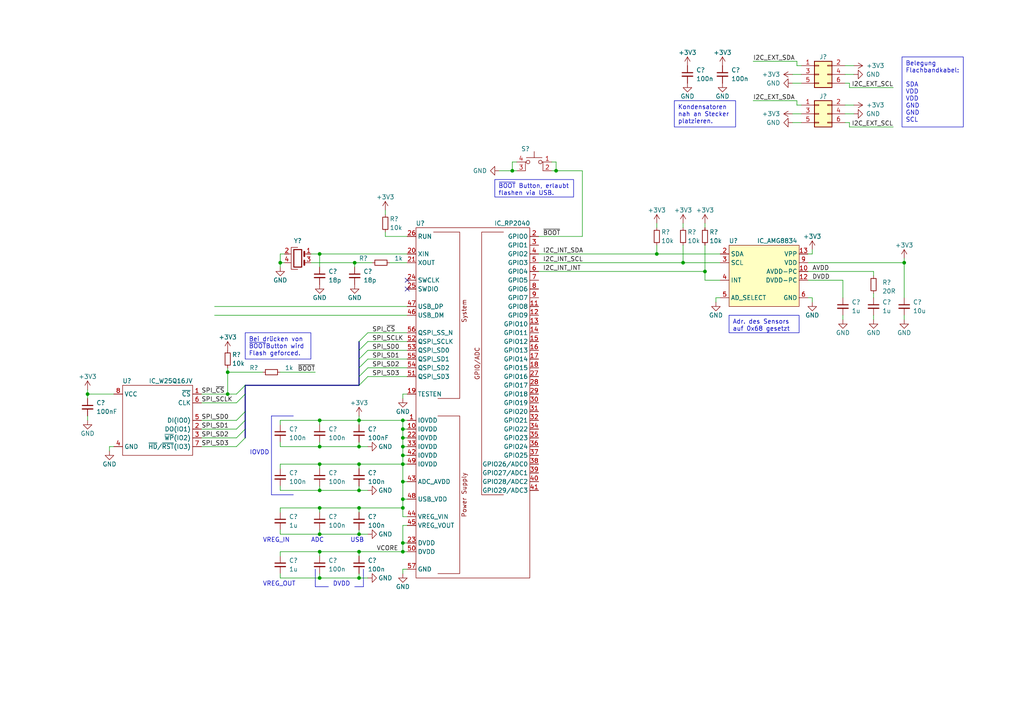
<source format=kicad_sch>
(kicad_sch (version 20220126) (generator eeschema)
  (paper "A4")
  (lib_symbols
    (symbol "00_pwt-temp_lib:CON_PH_2.54MM_2x3_VERT"
      (property "Reference" "J" (at 0 8.89 0))
      (property "Value" "CON_PH_2.54MM_2x3_VERT" (at 0 6.35 0))
      (symbol "CON_PH_2.54MM_2x3_VERT_1_1"
        (rectangle (start -2.54 -2.413) (end -1.27 -2.667) (stroke (width 0.1524)))
        (rectangle (start -2.54 0.127) (end -1.27 -0.127) (stroke (width 0.1524)))
        (rectangle (start -2.54 2.667) (end -1.27 2.413) (stroke (width 0.1524)))
        (rectangle (start -2.54 3.81) (end 2.54 -3.81) (stroke (width 0.254)) (fill (type background)))
        (rectangle (start 2.54 -2.413) (end 1.27 -2.667) (stroke (width 0.1524)))
        (rectangle (start 2.54 0.127) (end 1.27 -0.127) (stroke (width 0.1524)))
        (rectangle (start 2.54 2.667) (end 1.27 2.413) (stroke (width 0.1524)))
        (pin passive line (at -6.35 2.54 0) (length 3.81) (name "") (number "1"))
        (pin passive line (at 6.35 2.54 180) (length 3.81) (name "") (number "2"))
        (pin passive line (at -6.35 0 0) (length 3.81) (name "") (number "3"))
        (pin passive line (at 6.35 0 180) (length 3.81) (name "") (number "4"))
        (pin passive line (at -6.35 -2.54 0) (length 3.81) (name "") (number "5"))
        (pin passive line (at 6.35 -2.54 180) (length 3.81) (name "") (number "6"))
      )
    )
    (symbol "00_pwt-temp_lib:IC_AMG8834"
      (property "Reference" "U" (at -8.89 10.16 0))
      (property "Value" "IC_AMG8834" (at 3.81 10.16 0))
      (symbol "IC_AMG8834_0_1"
        (rectangle (start -10.16 8.89) (end 10.16 -8.89) (fill (type background)))
      )
      (symbol "IC_AMG8834_1_1"
        (pin no_connect line (at -3.81 -11.43 90) (length 2.54) hide (name "NC") (number "1"))
        (pin power_in line (at 12.7 1.27 180) (length 2.54) (name "AVDD-PC") (number "10"))
        (pin no_connect line (at 3.81 -11.43 90) (length 2.54) hide (name "NC") (number "11"))
        (pin power_in line (at 12.7 -1.27 180) (length 2.54) (name "DVDD-PC") (number "12"))
        (pin power_in line (at 12.7 6.35 180) (length 2.54) (name "VPP") (number "13"))
        (pin bidirectional line (at -12.7 6.35 0) (length 2.54) (name "SDA") (number "2"))
        (pin bidirectional line (at -12.7 3.81 0) (length 2.54) (name "SCL") (number "3"))
        (pin open_collector line (at -12.7 -1.27 0) (length 2.54) (name "INT") (number "4"))
        (pin input line (at -12.7 -6.35 0) (length 2.54) (name "AD_SELECT") (number "5"))
        (pin power_in line (at 12.7 -6.35 180) (length 2.54) (name "GND") (number "6"))
        (pin no_connect line (at -1.27 -11.43 90) (length 2.54) hide (name "NC") (number "7"))
        (pin no_connect line (at 1.27 -11.43 90) (length 2.54) hide (name "NC") (number "8"))
        (pin power_in line (at 12.7 3.81 180) (length 2.54) (name "VDD") (number "9"))
      )
    )
    (symbol "00_pwt-temp_lib:IC_RP2040"
      (property "Reference" "U" (at -15.24 50.8 0))
      (property "Value" "IC_RP2040" (at 11.43 50.8 0))
      (symbol "IC_RP2040_0_0"
        (polyline (pts (xy -10.16 0) (xy -3.81 0) (xy -3.81 48.26) (xy -11.43 48.26)))
        (polyline (pts (xy 8.89 -27.94) (xy 2.54 -27.94) (xy 2.54 48.26) (xy 8.89 48.26)))
        (text "GPIO/ADC" (at 1.27 10.16 900) (effects (font (size 1.27 1.27))))
        (text "Power Supply" (at -2.54 -27.94 900) (effects (font (size 1.27 1.27))))
        (text "System\n" (at -2.54 25.4 900) (effects (font (size 1.27 1.27))))
      )
      (symbol "IC_RP2040_0_1"
        (rectangle (start -16.51 49.53) (end 16.51 -52.07))
        (polyline (pts (xy -10.16 -50.8) (xy -3.81 -50.8) (xy -3.81 -5.08) (xy -10.16 -5.08)))
      )
      (symbol "IC_RP2040_1_1"
        (pin power_in line (at -19.05 -6.35 0) (length 2.54) (name "IOVDD") (number "1"))
        (pin power_in line (at -19.05 -8.89 0) (length 2.54) (name "IOVDD") (number "10"))
        (pin bidirectional line (at 19.05 26.67 180) (length 2.54) (name "GPIO8") (number "11"))
        (pin bidirectional line (at 19.05 24.13 180) (length 2.54) (name "GPIO9") (number "12"))
        (pin bidirectional line (at 19.05 21.59 180) (length 2.54) (name "GPIO10") (number "13"))
        (pin bidirectional line (at 19.05 19.05 180) (length 2.54) (name "GPIO11") (number "14"))
        (pin bidirectional line (at 19.05 16.51 180) (length 2.54) (name "GPIO12") (number "15"))
        (pin bidirectional line (at 19.05 13.97 180) (length 2.54) (name "GPIO13") (number "16"))
        (pin bidirectional line (at 19.05 11.43 180) (length 2.54) (name "GPIO14") (number "17"))
        (pin bidirectional line (at 19.05 8.89 180) (length 2.54) (name "GPIO15") (number "18"))
        (pin passive line (at -19.05 1.27 0) (length 2.54) (name "TESTEN") (number "19"))
        (pin bidirectional line (at 19.05 46.99 180) (length 2.54) (name "GPIO0") (number "2"))
        (pin passive line (at -19.05 41.91 0) (length 2.54) (name "XIN") (number "20"))
        (pin passive line (at -19.05 39.37 0) (length 2.54) (name "XOUT") (number "21"))
        (pin power_in line (at -19.05 -11.43 0) (length 2.54) (name "IOVDD") (number "22"))
        (pin power_in line (at -19.05 -41.91 0) (length 2.54) (name "DVDD") (number "23"))
        (pin bidirectional line (at -19.05 34.29 0) (length 2.54) (name "SWCLK") (number "24"))
        (pin bidirectional line (at -19.05 31.75 0) (length 2.54) (name "SWDIO") (number "25"))
        (pin input line (at -19.05 46.99 0) (length 2.54) (name "RUN") (number "26"))
        (pin bidirectional line (at 19.05 6.35 180) (length 2.54) (name "GPIO16") (number "27"))
        (pin bidirectional line (at 19.05 3.81 180) (length 2.54) (name "GPIO17") (number "28"))
        (pin bidirectional line (at 19.05 1.27 180) (length 2.54) (name "GPIO18") (number "29"))
        (pin bidirectional line (at 19.05 44.45 180) (length 2.54) (name "GPIO1") (number "3"))
        (pin bidirectional line (at 19.05 -1.27 180) (length 2.54) (name "GPIO19") (number "30"))
        (pin bidirectional line (at 19.05 -3.81 180) (length 2.54) (name "GPIO20") (number "31"))
        (pin bidirectional line (at 19.05 -6.35 180) (length 2.54) (name "GPIO21") (number "32"))
        (pin power_in line (at -19.05 -13.97 0) (length 2.54) (name "IOVDD") (number "33"))
        (pin bidirectional line (at 19.05 -8.89 180) (length 2.54) (name "GPIO22") (number "34"))
        (pin bidirectional line (at 19.05 -11.43 180) (length 2.54) (name "GPIO23") (number "35"))
        (pin bidirectional line (at 19.05 -13.97 180) (length 2.54) (name "GPIO24") (number "36"))
        (pin bidirectional line (at 19.05 -16.51 180) (length 2.54) (name "GPIO25") (number "37"))
        (pin bidirectional line (at 19.05 -19.05 180) (length 2.54) (name "GPIO26/ADC0") (number "38"))
        (pin bidirectional line (at 19.05 -21.59 180) (length 2.54) (name "GPIO27/ADC1") (number "39"))
        (pin bidirectional line (at 19.05 41.91 180) (length 2.54) (name "GPIO2") (number "4"))
        (pin bidirectional line (at 19.05 -24.13 180) (length 2.54) (name "GPIO28/ADC2") (number "40"))
        (pin bidirectional line (at 19.05 -26.67 180) (length 2.54) (name "GPIO29/ADC3") (number "41"))
        (pin power_in line (at -19.05 -16.51 0) (length 2.54) (name "IOVDD") (number "42"))
        (pin power_in line (at -19.05 -24.13 0) (length 2.54) (name "ADC_AVDD") (number "43"))
        (pin power_in line (at -19.05 -34.29 0) (length 2.54) (name "VREG_VIN") (number "44"))
        (pin power_out line (at -19.05 -36.83 0) (length 2.54) (name "VREG_VOUT") (number "45"))
        (pin bidirectional line (at -19.05 24.13 0) (length 2.54) (name "USB_DM") (number "46"))
        (pin bidirectional line (at -19.05 26.67 0) (length 2.54) (name "USB_DP") (number "47"))
        (pin power_in line (at -19.05 -29.21 0) (length 2.54) (name "USB_VDD") (number "48"))
        (pin power_in line (at -19.05 -19.05 0) (length 2.54) (name "IOVDD") (number "49"))
        (pin bidirectional line (at 19.05 39.37 180) (length 2.54) (name "GPIO3") (number "5"))
        (pin power_in line (at -19.05 -44.45 0) (length 2.54) (name "DVDD") (number "50"))
        (pin bidirectional line (at -19.05 6.35 0) (length 2.54) (name "QSPI_SD3") (number "51"))
        (pin bidirectional line (at -19.05 16.51 0) (length 2.54) (name "QSPI_SCLK") (number "52"))
        (pin bidirectional line (at -19.05 13.97 0) (length 2.54) (name "QSPI_SD0") (number "53"))
        (pin bidirectional line (at -19.05 8.89 0) (length 2.54) (name "QSPI_SD2") (number "54"))
        (pin bidirectional line (at -19.05 11.43 0) (length 2.54) (name "QSPI_SD1") (number "55"))
        (pin bidirectional line (at -19.05 19.05 0) (length 2.54) (name "QSPI_SS_N") (number "56"))
        (pin power_in line (at -19.05 -49.53 0) (length 2.54) (name "GND") (number "57"))
        (pin bidirectional line (at 19.05 36.83 180) (length 2.54) (name "GPIO4") (number "6"))
        (pin bidirectional line (at 19.05 34.29 180) (length 2.54) (name "GPIO5") (number "7"))
        (pin bidirectional line (at 19.05 31.75 180) (length 2.54) (name "GPIO6") (number "8"))
        (pin bidirectional line (at 19.05 29.21 180) (length 2.54) (name "GPIO7") (number "9"))
      )
    )
    (symbol "00_pwt-temp_lib:IC_W25Q16JV"
      (property "Reference" "U" (at -8.89 10.16 0))
      (property "Value" "IC_W25Q16JV" (at 3.81 10.16 0))
      (symbol "IC_W25Q16JV_0_1"
        (rectangle (start -10.16 8.89) (end 10.16 -11.43))
      )
      (symbol "IC_W25Q16JV_1_1"
        (pin input line (at 12.7 6.35 180) (length 2.54) (name "~{CS}") (number "1"))
        (pin bidirectional line (at 12.7 -3.81 180) (length 2.54) (name "DO(IO1)") (number "2"))
        (pin bidirectional line (at 12.7 -6.35 180) (length 2.54) (name "~{WP}(IO2)") (number "3"))
        (pin power_in line (at -12.7 -8.89 0) (length 2.54) (name "GND") (number "4"))
        (pin bidirectional line (at 12.7 -1.27 180) (length 2.54) (name "DI(IO0)") (number "5"))
        (pin input line (at 12.7 3.81 180) (length 2.54) (name "CLK") (number "6"))
        (pin bidirectional line (at 12.7 -8.89 180) (length 2.54) (name "~{HD}/~{RST}(IO3)") (number "7"))
        (pin power_in line (at -12.7 6.35 0) (length 2.54) (name "VCC") (number "8"))
      )
    )
    (symbol "00_pwt-temp_lib:MECH_BTN_SMD_SMALL"
      (property "Reference" "S" (at 0 7.62 0))
      (property "Value" "MECH_BTN_SMD_SMALL" (at 0 5.08 0))
      (symbol "MECH_BTN_SMD_SMALL_0_1"
        (circle (center -1.778 0) (radius 0.508))
        (polyline (pts (xy -2.286 1.27) (xy 2.286 1.27)))
        (polyline (pts (xy 0 1.27) (xy 0 3.048)))
        (polyline (pts (xy -2.54 -2.54) (xy -2.54 0) (xy -2.286 0)))
        (polyline (pts (xy 2.54 -2.54) (xy 2.54 0) (xy 2.286 0)))
        (circle (center 1.778 0) (radius 0.508))
        (pin passive line (at -5.08 0 0) (length 2.54) (name "") (number "1"))
        (pin passive line (at -5.08 -2.54 0) (length 2.54) (name "") (number "2"))
        (pin passive line (at 5.08 -2.54 180) (length 2.54) (name "") (number "3"))
        (pin passive line (at 5.08 0 180) (length 2.54) (name "") (number "4"))
      )
    )
    (symbol "00_pwt-temp_lib:OSC_ABM10-12.000MHZ"
      (property "Reference" "Y" (at 0 7.62 0))
      (property "Value" "OSC_ABM10-12.000MHZ" (at 0 5.08 0))
      (symbol "OSC_ABM10-12.000MHZ_0_1"
        (rectangle (start -1.143 2.54) (end 1.143 -2.54) (stroke (width 0.3048)))
        (polyline (pts (xy -2.54 -1.27) (xy -1.905 -1.27)))
        (polyline (pts (xy -2.54 1.27) (xy -1.905 1.27)))
        (polyline (pts (xy 1.905 -1.905) (xy 1.905 -0.635)) (stroke (width 0.508)))
        (polyline (pts (xy 1.905 0.635) (xy 1.905 1.905)) (stroke (width 0.508)))
        (polyline (pts (xy 2.54 -1.27) (xy 2.032 -1.27)))
        (polyline (pts (xy 2.54 1.27) (xy 2.032 1.27)))
        (polyline (pts (xy 0 -3.175) (xy -1.905 -3.175) (xy -1.905 3.175) (xy 0 3.175)))
      )
      (symbol "OSC_ABM10-12.000MHZ_1_1"
        (pin passive line (at 3.81 1.27 180) (length 1.27) (name "") (number "1"))
        (pin passive line (at -3.81 1.27 0) (length 1.27) (name "") (number "2"))
        (pin passive line (at 3.81 -1.27 180) (length 1.27) (name "") (number "3"))
        (pin passive line (at -3.81 -1.27 0) (length 1.27) (name "") (number "4"))
      )
    )
    (symbol "Device:C_Small" (pin_numbers hide) (pin_names (offset 0.254) hide)
      (property "Reference" "C" (at 0.254 1.778 0))
      (property "Value" "C_Small" (at 0.254 -2.032 0))
      (symbol "C_Small_0_1"
        (polyline (pts (xy -1.524 -0.508) (xy 1.524 -0.508)) (stroke (width 0.3302)))
        (polyline (pts (xy -1.524 0.508) (xy 1.524 0.508)) (stroke (width 0.3048)))
      )
      (symbol "C_Small_1_1"
        (pin passive line (at 0 2.54 270) (length 2.032) (name "~") (number "1"))
        (pin passive line (at 0 -2.54 90) (length 2.032) (name "~") (number "2"))
      )
    )
    (symbol "Device:R_Small" (pin_numbers hide) (pin_names (offset 0.254) hide)
      (property "Reference" "R" (at 0.762 0.508 0))
      (property "Value" "R_Small" (at 0.762 -1.016 0))
      (symbol "R_Small_0_1"
        (rectangle (start -0.762 1.778) (end 0.762 -1.778) (stroke (width 0.2032)))
      )
      (symbol "R_Small_1_1"
        (pin passive line (at 0 2.54 270) (length 0.762) (name "~") (number "1"))
        (pin passive line (at 0 -2.54 90) (length 0.762) (name "~") (number "2"))
      )
    )
    (symbol "power:+3.3V" (power) (pin_names (offset 0))
      (property "Value" "+3.3V" (at 0 3.556 0))
      (symbol "+3.3V_0_1"
        (polyline (pts (xy -0.762 1.27) (xy 0 2.54)))
        (polyline (pts (xy 0 0) (xy 0 2.54)))
        (polyline (pts (xy 0 2.54) (xy 0.762 1.27)))
      )
      (symbol "+3.3V_1_1"
        (pin power_in line (at 0 0 90) (length 0) hide (name "+3V3") (number "1"))
      )
    )
    (symbol "power:GND" (power) (pin_names (offset 0))
      (property "Value" "GND" (at 0 -3.81 0))
      (symbol "GND_0_1"
        (polyline (pts (xy 0 0) (xy 0 -1.27) (xy 1.27 -1.27) (xy 0 -2.54) (xy -1.27 -1.27) (xy 0 -1.27)))
      )
      (symbol "GND_1_1"
        (pin power_in line (at 0 0 270) (length 0) hide (name "GND") (number "1"))
      )
    )
  )
  (junction (at 81.28 76.2))
  (junction (at 104.14 142.24))
  (junction (at 204.47 78.74))
  (junction (at 116.84 160.02))
  (junction (at 262.255 76.2))
  (junction (at 104.14 147.32))
  (junction (at 92.71 147.32))
  (junction (at 92.71 73.66))
  (junction (at 116.84 129.54))
  (junction (at 92.71 121.92))
  (junction (at 104.14 160.02))
  (junction (at 116.84 124.46))
  (junction (at 161.29 49.53))
  (junction (at 92.71 160.02))
  (junction (at 92.71 167.64))
  (junction (at 66.04 114.3))
  (junction (at 116.84 139.7))
  (junction (at 104.14 167.64))
  (junction (at 116.84 134.62))
  (junction (at 66.04 107.95))
  (junction (at 116.84 144.78))
  (junction (at 92.71 154.94))
  (junction (at 104.14 129.54))
  (junction (at 25.4 114.3))
  (junction (at 102.87 76.2))
  (junction (at 116.84 121.92))
  (junction (at 104.14 121.92))
  (junction (at 190.5 73.66))
  (junction (at 92.71 134.62))
  (junction (at 116.84 127))
  (junction (at 116.84 132.08))
  (junction (at 116.84 147.32))
  (junction (at 104.14 134.62))
  (junction (at 92.71 129.54))
  (junction (at 148.59 49.53))
  (junction (at 198.12 76.2))
  (junction (at 92.71 142.24))
  (junction (at 116.84 157.48))
  (junction (at 104.14 154.94))
  (no_connect (at 118.11 81.28))
  (no_connect (at 118.11 83.82))
  (bus_entry (at 71.12 111.76) (size -2.54 2.54))
  (bus_entry (at 71.12 119.38) (size -2.54 2.54))
  (bus_entry (at 71.12 114.3) (size -2.54 2.54))
  (bus_entry (at 71.12 127) (size -2.54 2.54))
  (bus_entry (at 71.12 121.92) (size -2.54 2.54))
  (bus_entry (at 71.12 124.46) (size -2.54 2.54))
  (bus_entry (at 106.68 99.06) (size -2.54 2.54))
  (bus_entry (at 106.68 96.52) (size -2.54 2.54))
  (bus_entry (at 106.68 106.68) (size -2.54 2.54))
  (bus_entry (at 106.68 104.14) (size -2.54 2.54))
  (bus_entry (at 106.68 101.6) (size -2.54 2.54))
  (bus_entry (at 106.68 109.22) (size -2.54 2.54))
  (wire (pts (xy 31.75 129.54) (xy 33.02 129.54)))
  (wire (pts (xy 106.68 106.68) (xy 118.11 106.68)))
  (wire (pts (xy 81.28 73.66) (xy 81.28 76.2)))
  (wire (pts (xy 81.28 160.02) (xy 92.71 160.02)))
  (wire (pts (xy 198.12 76.2) (xy 208.915 76.2)))
  (wire (pts (xy 116.84 166.37) (xy 116.84 165.1)))
  (wire (pts (xy 81.28 128.27) (xy 81.28 129.54)))
  (wire (pts (xy 160.02 49.53) (xy 161.29 49.53)))
  (wire (pts (xy 92.71 147.32) (xy 104.14 147.32)))
  (wire (pts (xy 92.71 142.24) (xy 104.14 142.24)))
  (wire (pts (xy 190.5 73.66) (xy 208.915 73.66)))
  (wire (pts (xy 81.28 121.92) (xy 92.71 121.92)))
  (wire (pts (xy 113.03 76.2) (xy 118.11 76.2)))
  (wire (pts (xy 92.71 121.92) (xy 104.14 121.92)))
  (polyline (pts (xy 95.25 170.18) (xy 91.44 170.18)))
  (wire (pts (xy 247.65 33.02) (xy 245.11 33.02)))
  (wire (pts (xy 106.68 99.06) (xy 118.11 99.06)))
  (wire (pts (xy 116.84 114.3) (xy 118.11 114.3)))
  (wire (pts (xy 235.585 73.66) (xy 235.585 72.39)))
  (wire (pts (xy 204.47 64.77) (xy 204.47 66.04)))
  (polyline (pts (xy 105.41 165.1) (xy 105.41 170.18)))
  (wire (pts (xy 104.14 128.27) (xy 104.14 129.54)))
  (wire (pts (xy 106.68 101.6) (xy 118.11 101.6)))
  (wire (pts (xy 262.255 74.93) (xy 262.255 76.2)))
  (wire (pts (xy 31.75 130.81) (xy 31.75 129.54)))
  (wire (pts (xy 66.04 107.95) (xy 76.2 107.95)))
  (wire (pts (xy 68.58 116.84) (xy 58.42 116.84)))
  (bus (pts (xy 104.14 101.6) (xy 104.14 104.14)))
  (wire (pts (xy 81.28 123.19) (xy 81.28 121.92)))
  (wire (pts (xy 253.365 86.36) (xy 253.365 85.09)))
  (wire (pts (xy 116.84 139.7) (xy 116.84 134.62)))
  (wire (pts (xy 190.5 71.12) (xy 190.5 73.66)))
  (wire (pts (xy 92.71 167.64) (xy 104.14 167.64)))
  (wire (pts (xy 68.58 129.54) (xy 58.42 129.54)))
  (wire (pts (xy 25.4 120.65) (xy 25.4 121.92)))
  (bus (pts (xy 104.14 109.22) (xy 104.14 111.76)))
  (wire (pts (xy 104.14 134.62) (xy 116.84 134.62)))
  (wire (pts (xy 116.84 147.32) (xy 116.84 144.78)))
  (wire (pts (xy 81.28 167.64) (xy 92.71 167.64)))
  (wire (pts (xy 116.84 127) (xy 118.11 127)))
  (wire (pts (xy 247.65 30.48) (xy 245.11 30.48)))
  (wire (pts (xy 104.14 167.64) (xy 104.14 166.37)))
  (bus (pts (xy 71.12 119.38) (xy 71.12 121.92)))
  (wire (pts (xy 116.84 152.4) (xy 116.84 157.48)))
  (wire (pts (xy 106.68 109.22) (xy 118.11 109.22)))
  (wire (pts (xy 66.04 107.95) (xy 66.04 114.3)))
  (wire (pts (xy 247.65 21.59) (xy 245.11 21.59)))
  (wire (pts (xy 116.84 127) (xy 116.84 124.46)))
  (wire (pts (xy 81.28 76.2) (xy 82.55 76.2)))
  (bus (pts (xy 104.14 106.68) (xy 104.14 109.22)))
  (wire (pts (xy 104.14 142.24) (xy 106.68 142.24)))
  (wire (pts (xy 161.29 49.53) (xy 161.29 46.99)))
  (wire (pts (xy 92.71 129.54) (xy 104.14 129.54)))
  (wire (pts (xy 104.14 160.02) (xy 116.84 160.02)))
  (wire (pts (xy 68.58 121.92) (xy 58.42 121.92)))
  (wire (pts (xy 149.86 46.99) (xy 148.59 46.99)))
  (wire (pts (xy 104.14 154.94) (xy 106.68 154.94)))
  (wire (pts (xy 104.14 160.02) (xy 104.14 161.29)))
  (wire (pts (xy 104.14 147.32) (xy 104.14 148.59)))
  (wire (pts (xy 81.28 107.95) (xy 91.44 107.95)))
  (bus (pts (xy 71.12 111.76) (xy 71.12 114.3)))
  (wire (pts (xy 246.38 24.13) (xy 246.38 25.4)))
  (wire (pts (xy 207.645 86.36) (xy 207.645 87.63)))
  (wire (pts (xy 148.59 49.53) (xy 149.86 49.53)))
  (bus (pts (xy 104.14 104.14) (xy 104.14 106.68)))
  (wire (pts (xy 116.84 160.02) (xy 118.11 160.02)))
  (wire (pts (xy 62.23 88.9) (xy 118.11 88.9)))
  (wire (pts (xy 262.255 76.2) (xy 262.255 86.36)))
  (polyline (pts (xy 78.74 120.65) (xy 85.09 120.65)))
  (wire (pts (xy 92.71 142.24) (xy 92.71 140.97)))
  (wire (pts (xy 81.28 154.94) (xy 92.71 154.94)))
  (wire (pts (xy 161.29 49.53) (xy 168.91 49.53)))
  (wire (pts (xy 81.28 161.29) (xy 81.28 160.02)))
  (wire (pts (xy 104.14 167.64) (xy 106.68 167.64)))
  (wire (pts (xy 92.71 160.02) (xy 92.71 161.29)))
  (wire (pts (xy 246.38 36.83) (xy 259.08 36.83)))
  (wire (pts (xy 104.14 153.67) (xy 104.14 154.94)))
  (wire (pts (xy 244.475 86.36) (xy 244.475 81.28)))
  (wire (pts (xy 234.315 73.66) (xy 235.585 73.66)))
  (wire (pts (xy 116.84 129.54) (xy 118.11 129.54)))
  (wire (pts (xy 244.475 92.71) (xy 244.475 91.44)))
  (wire (pts (xy 104.14 121.92) (xy 116.84 121.92)))
  (wire (pts (xy 231.14 30.48) (xy 232.41 30.48)))
  (wire (pts (xy 116.84 124.46) (xy 118.11 124.46)))
  (wire (pts (xy 116.84 144.78) (xy 116.84 139.7)))
  (wire (pts (xy 25.4 113.03) (xy 25.4 114.3)))
  (wire (pts (xy 81.28 134.62) (xy 92.71 134.62)))
  (wire (pts (xy 81.28 154.94) (xy 81.28 153.67)))
  (wire (pts (xy 116.84 132.08) (xy 118.11 132.08)))
  (wire (pts (xy 116.84 165.1) (xy 118.11 165.1)))
  (wire (pts (xy 104.14 140.97) (xy 104.14 142.24)))
  (wire (pts (xy 116.84 134.62) (xy 116.84 132.08)))
  (wire (pts (xy 116.84 129.54) (xy 116.84 132.08)))
  (wire (pts (xy 102.87 76.2) (xy 102.87 77.47)))
  (wire (pts (xy 156.21 73.66) (xy 190.5 73.66)))
  (wire (pts (xy 118.11 157.48) (xy 116.84 157.48)))
  (wire (pts (xy 116.84 121.92) (xy 118.11 121.92)))
  (wire (pts (xy 92.71 123.19) (xy 92.71 121.92)))
  (wire (pts (xy 118.11 134.62) (xy 116.84 134.62)))
  (wire (pts (xy 148.59 49.53) (xy 144.78 49.53)))
  (wire (pts (xy 118.11 144.78) (xy 116.84 144.78)))
  (wire (pts (xy 90.17 76.2) (xy 102.87 76.2)))
  (polyline (pts (xy 102.87 170.18) (xy 105.41 170.18)))
  (wire (pts (xy 92.71 160.02) (xy 104.14 160.02)))
  (wire (pts (xy 198.12 71.12) (xy 198.12 76.2)))
  (wire (pts (xy 118.11 149.86) (xy 116.84 149.86)))
  (wire (pts (xy 92.71 73.66) (xy 118.11 73.66)))
  (wire (pts (xy 229.87 35.56) (xy 232.41 35.56)))
  (wire (pts (xy 116.84 124.46) (xy 116.84 121.92)))
  (wire (pts (xy 116.84 157.48) (xy 116.84 160.02)))
  (wire (pts (xy 190.5 64.77) (xy 190.5 66.04)))
  (wire (pts (xy 25.4 114.3) (xy 25.4 115.57)))
  (bus (pts (xy 71.12 124.46) (xy 71.12 127)))
  (wire (pts (xy 66.04 114.3) (xy 68.58 114.3)))
  (wire (pts (xy 118.11 152.4) (xy 116.84 152.4)))
  (wire (pts (xy 111.76 68.58) (xy 111.76 67.31)))
  (polyline (pts (xy 85.09 143.51) (xy 78.74 143.51)))
  (wire (pts (xy 218.44 17.78) (xy 231.14 17.78)))
  (wire (pts (xy 235.585 86.36) (xy 235.585 87.63)))
  (wire (pts (xy 106.68 96.52) (xy 118.11 96.52)))
  (wire (pts (xy 229.87 21.59) (xy 232.41 21.59)))
  (wire (pts (xy 92.71 128.27) (xy 92.71 129.54)))
  (wire (pts (xy 58.42 114.3) (xy 66.04 114.3)))
  (wire (pts (xy 81.28 167.64) (xy 81.28 166.37)))
  (wire (pts (xy 90.17 73.66) (xy 92.71 73.66)))
  (bus (pts (xy 71.12 121.92) (xy 71.12 124.46)))
  (wire (pts (xy 253.365 92.71) (xy 253.365 91.44)))
  (wire (pts (xy 104.14 147.32) (xy 116.84 147.32)))
  (wire (pts (xy 92.71 154.94) (xy 104.14 154.94)))
  (wire (pts (xy 234.315 78.74) (xy 253.365 78.74)))
  (wire (pts (xy 102.87 76.2) (xy 107.95 76.2)))
  (wire (pts (xy 247.65 19.05) (xy 245.11 19.05)))
  (wire (pts (xy 81.28 142.24) (xy 92.71 142.24)))
  (wire (pts (xy 81.28 129.54) (xy 92.71 129.54)))
  (wire (pts (xy 92.71 166.37) (xy 92.71 167.64)))
  (wire (pts (xy 198.12 64.77) (xy 198.12 66.04)))
  (wire (pts (xy 92.71 134.62) (xy 104.14 134.62)))
  (wire (pts (xy 116.84 115.57) (xy 116.84 114.3)))
  (wire (pts (xy 234.315 86.36) (xy 235.585 86.36)))
  (wire (pts (xy 111.76 60.96) (xy 111.76 62.23)))
  (wire (pts (xy 231.14 29.21) (xy 231.14 30.48)))
  (wire (pts (xy 68.58 127) (xy 58.42 127)))
  (wire (pts (xy 92.71 134.62) (xy 92.71 135.89)))
  (wire (pts (xy 81.28 134.62) (xy 81.28 135.89)))
  (wire (pts (xy 81.28 148.59) (xy 81.28 147.32)))
  (wire (pts (xy 62.23 91.44) (xy 118.11 91.44)))
  (wire (pts (xy 156.21 78.74) (xy 204.47 78.74)))
  (wire (pts (xy 234.315 76.2) (xy 262.255 76.2)))
  (wire (pts (xy 218.44 29.21) (xy 231.14 29.21)))
  (wire (pts (xy 262.255 91.44) (xy 262.255 92.71)))
  (wire (pts (xy 234.315 81.28) (xy 244.475 81.28)))
  (wire (pts (xy 245.11 24.13) (xy 246.38 24.13)))
  (wire (pts (xy 81.28 76.2) (xy 81.28 77.47)))
  (wire (pts (xy 229.87 33.02) (xy 232.41 33.02)))
  (wire (pts (xy 66.04 106.68) (xy 66.04 107.95)))
  (wire (pts (xy 81.28 142.24) (xy 81.28 140.97)))
  (wire (pts (xy 246.38 35.56) (xy 246.38 36.83)))
  (wire (pts (xy 156.21 76.2) (xy 198.12 76.2)))
  (wire (pts (xy 116.84 149.86) (xy 116.84 147.32)))
  (wire (pts (xy 92.71 154.94) (xy 92.71 153.67)))
  (wire (pts (xy 253.365 78.74) (xy 253.365 80.01)))
  (polyline (pts (xy 78.74 143.51) (xy 78.74 120.65)))
  (wire (pts (xy 104.14 129.54) (xy 106.68 129.54)))
  (wire (pts (xy 104.14 134.62) (xy 104.14 135.89)))
  (wire (pts (xy 168.91 49.53) (xy 168.91 68.58)))
  (wire (pts (xy 81.28 147.32) (xy 92.71 147.32)))
  (wire (pts (xy 246.38 25.4) (xy 259.08 25.4)))
  (wire (pts (xy 231.14 19.05) (xy 232.41 19.05)))
  (wire (pts (xy 116.84 129.54) (xy 116.84 127)))
  (polyline (pts (xy 91.44 165.1) (xy 91.44 170.18)))
  (wire (pts (xy 148.59 46.99) (xy 148.59 49.53)))
  (wire (pts (xy 231.14 17.78) (xy 231.14 19.05)))
  (bus (pts (xy 71.12 111.76) (xy 104.14 111.76)))
  (wire (pts (xy 160.02 46.99) (xy 161.29 46.99)))
  (wire (pts (xy 204.47 78.74) (xy 204.47 81.28)))
  (wire (pts (xy 208.915 86.36) (xy 207.645 86.36)))
  (wire (pts (xy 33.02 114.3) (xy 25.4 114.3)))
  (wire (pts (xy 68.58 124.46) (xy 58.42 124.46)))
  (wire (pts (xy 156.21 68.58) (xy 168.91 68.58)))
  (wire (pts (xy 92.71 148.59) (xy 92.71 147.32)))
  (bus (pts (xy 104.14 99.06) (xy 104.14 101.6)))
  (wire (pts (xy 82.55 73.66) (xy 81.28 73.66)))
  (wire (pts (xy 106.68 104.14) (xy 118.11 104.14)))
  (wire (pts (xy 245.11 35.56) (xy 246.38 35.56)))
  (wire (pts (xy 111.76 68.58) (xy 118.11 68.58)))
  (wire (pts (xy 229.87 24.13) (xy 232.41 24.13)))
  (wire (pts (xy 104.14 120.65) (xy 104.14 121.92)))
  (wire (pts (xy 92.71 73.66) (xy 92.71 77.47)))
  (bus (pts (xy 71.12 114.3) (xy 71.12 119.38)))
  (wire (pts (xy 104.14 123.19) (xy 104.14 121.92)))
  (wire (pts (xy 116.84 139.7) (xy 118.11 139.7)))
  (wire (pts (xy 204.47 71.12) (xy 204.47 78.74)))
  (wire (pts (xy 204.47 81.28) (xy 208.915 81.28)))
  (text_box "Bei drücken von ~{BOOT}Button wird Flash geforced." (start 71.12 96.52) (end 90.17 104.14) (stroke (width 0.1524)) (effects (font (size 1.27 1.27)) (justify left top)))
  (text_box "Kondensatoren nah an Stecker platzieren." (start 195.58 29.21) (end 213.36 36.83) (stroke (width 0.1524)) (effects (font (size 1.27 1.27)) (justify left top)))
  (text_box "~{BOOT} Button, erlaubt flashen via USB." (start 143.51 52.07) (end 166.37 57.15) (stroke (width 0.1524)) (effects (font (size 1.27 1.27)) (justify left top)))
  (text_box "Adr. des Sensors auf 0x68 gesetzt" (start 211.455 91.44) (end 231.775 96.52) (stroke (width 0.1524)) (effects (font (size 1.27 1.27)) (justify left top)))
  (text_box "Belegung\nFlachbandkabel:\n\nSDA\nVDD\nVDD\nGND\nGND\nSCL" (start 261.62 16.51) (end 279.4 36.83) (stroke (width 0.1524)) (effects (font (size 1.27 1.27)) (justify left top)))
  (text "VREG_OUT" (at 76.2 170.18 0) (effects (font (size 1.27 1.27)) (justify left bottom)))
  (text "ADC" (at 90.17 157.48 0) (effects (font (size 1.27 1.27)) (justify left bottom)))
  (text "IOVDD" (at 72.39 132.08 0) (effects (font (size 1.27 1.27)) (justify left bottom)))
  (text "USB" (at 101.6 157.48 0) (effects (font (size 1.27 1.27)) (justify left bottom)))
  (text "VREG_IN" (at 76.2 157.48 0) (effects (font (size 1.27 1.27)) (justify left bottom)))
  (text "DVDD" (at 96.52 170.18 0) (effects (font (size 1.27 1.27)) (justify left bottom)))
  (label "SPI_SCLK" (at 107.95 99.06 0))
  (label "SPI_SD2" (at 58.42 127 0))
  (label "VCORE" (at 109.22 160.02 0))
  (label "I2C_EXT_SCL" (at 259.08 25.4 0))
  (label "SPI_SD1" (at 107.95 104.14 0))
  (label "~{BOOT}" (at 162.56 68.58 0))
  (label "SPI_~{CS}" (at 58.42 114.3 0))
  (label "I2C_EXT_SDA" (at 218.44 29.21 0))
  (label "I2C_INT_SCL" (at 157.48 76.2 0))
  (label "AVDD" (at 235.585 78.74 0))
  (label "SPI_SD3" (at 107.95 109.22 0))
  (label "SPI_SD0" (at 58.42 121.92 0))
  (label "SPI_SD1" (at 58.42 124.46 0))
  (label "SPI_SD2" (at 107.95 106.68 0))
  (label "DVDD" (at 235.585 81.28 0))
  (label "~{BOOT}" (at 91.44 107.95 0))
  (label "SPI_~{CS}" (at 107.95 96.52 0))
  (label "I2C_INT_INT" (at 157.48 78.74 0))
  (label "SPI_SCLK" (at 58.42 116.84 0))
  (label "SPI_SD0" (at 107.95 101.6 0))
  (label "I2C_EXT_SCL" (at 259.08 36.83 0))
  (label "I2C_EXT_SDA" (at 218.44 17.78 0))
  (label "I2C_INT_SDA" (at 157.48 73.66 0))
  (label "SPI_SD3" (at 58.42 129.54 0))
  (symbol (lib_id "Device:C_Small") (at 104.14 163.83 0) (unit 1)
    (property "Reference" "C?" (at 106.68 162.56 0) (effects (justify left)))
    (property "Value" "100n" (at 106.68 165.1 0) (effects (justify left)))
    (property "Footprint" "00_pwt-temp_lib:C_0603" (effects hide))
  )
  (symbol (lib_id "power:GND") (at 247.65 21.59 90) (mirror x) (unit 1)
    (property "Reference" "#PWR?" (effects hide))
    (property "Value" "GND" (at 255.27 21.59 90) (effects (justify left)))
  )
  (symbol (lib_id "power:+3.3V") (at 25.4 113.03 0) (unit 1)
    (property "Reference" "#PWR?" (effects hide))
    (property "Value" "+3.3V" (at 25.4 109.22 0))
  )
  (symbol (lib_id "Device:C_Small") (at 81.28 138.43 0) (unit 1)
    (property "Reference" "C?" (at 83.82 137.16 0) (effects (justify left)))
    (property "Value" "100n" (at 83.82 139.7 0) (effects (justify left)))
    (property "Footprint" "00_pwt-temp_lib:C_0603" (effects hide))
  )
  (symbol (lib_id "Device:R_Small") (at 253.365 82.55 180) (unit 1)
    (property "Reference" "R?" (at 255.905 81.915 0) (effects (justify right)))
    (property "Value" "20R" (at 255.905 84.455 0) (effects (justify right)))
  )
  (symbol (lib_id "power:GND") (at 31.75 130.81 0) (mirror y) (unit 1)
    (property "Reference" "#PWR?" (effects hide))
    (property "Value" "GND" (at 31.75 134.62 0))
  )
  (symbol (lib_id "power:GND") (at 262.255 92.71 0) (unit 1)
    (property "Reference" "#PWR?" (effects hide))
    (property "Value" "GND" (at 262.255 96.52 0))
  )
  (symbol (lib_id "power:+3.3V") (at 209.55 19.05 0) (unit 1)
    (property "Reference" "#PWR?" (effects hide))
    (property "Value" "+3.3V" (at 209.55 15.24 0))
  )
  (symbol (lib_id "00_pwt-temp_lib:OSC_ABM10-12.000MHZ") (at 86.36 74.93 0) (unit 1)
    (property "Reference" "Y?" (at 86.36 69.85 0))
    (property "Value" "OSC_ABM10-12.000MHZ" (effects hide))
    (property "Footprint" "00_pwt-temp_lib:OSC_ABM10" (effects hide))
    (property "Datasheet" "https://abracon.com/Resonators/ABM10-167-12.000MHz.pdf" (effects hide))
    (property "PN" "ABM10-167-12.000MHZ-T3" (effects hide))
  )
  (symbol (lib_id "Device:R_Small") (at 204.47 68.58 0) (unit 1)
    (property "Reference" "R?" (at 205.74 67.31 0) (effects (justify left)))
    (property "Value" "10k" (at 205.74 69.85 0) (effects (justify left)))
  )
  (symbol (lib_id "power:GND") (at 106.68 129.54 90) (mirror x) (unit 1)
    (property "Reference" "#PWR?" (effects hide))
    (property "Value" "GND" (at 111.76 129.54 90))
  )
  (symbol (lib_id "power:GND") (at 229.87 24.13 270) (mirror x) (unit 1)
    (property "Reference" "#PWR?" (effects hide))
    (property "Value" "GND" (at 222.25 24.13 90) (effects (justify left)))
  )
  (symbol (lib_id "Device:C_Small") (at 81.28 125.73 0) (unit 1)
    (property "Reference" "C?" (at 83.82 124.46 0) (effects (justify left)))
    (property "Value" "100n" (at 83.82 127 0) (effects (justify left)))
    (property "Footprint" "00_pwt-temp_lib:C_0603" (effects hide))
  )
  (symbol (lib_id "Device:C_Small") (at 253.365 88.9 0) (unit 1)
    (property "Reference" "C?" (at 255.905 87.63 0) (effects (justify left)))
    (property "Value" "1u" (at 255.905 90.17 0) (effects (justify left)))
    (property "Footprint" "00_pwt-temp_lib:C_0603" (effects hide))
  )
  (symbol (lib_id "Device:C_Small") (at 244.475 88.9 0) (unit 1)
    (property "Reference" "C?" (at 247.015 87.63 0) (effects (justify left)))
    (property "Value" "1u" (at 247.015 90.17 0) (effects (justify left)))
    (property "Footprint" "00_pwt-temp_lib:C_0603" (effects hide))
  )
  (symbol (lib_id "power:+3.3V") (at 247.65 30.48 270) (unit 1)
    (property "Reference" "#PWR?" (effects hide))
    (property "Value" "+3.3V" (at 256.54 30.48 90) (effects (justify right)))
  )
  (symbol (lib_id "power:+3.3V") (at 190.5 64.77 0) (unit 1)
    (property "Reference" "#PWR?" (effects hide))
    (property "Value" "+3.3V" (at 190.5 60.96 0))
  )
  (symbol (lib_id "power:GND") (at 209.55 24.13 0) (mirror y) (unit 1)
    (property "Reference" "#PWR?" (effects hide))
    (property "Value" "GND" (at 209.55 27.94 0))
  )
  (symbol (lib_id "Device:R_Small") (at 198.12 68.58 0) (unit 1)
    (property "Reference" "R?" (at 199.39 67.31 0) (effects (justify left)))
    (property "Value" "10k" (at 199.39 69.85 0) (effects (justify left)))
  )
  (symbol (lib_id "Device:C_Small") (at 92.71 125.73 0) (unit 1)
    (property "Reference" "C?" (at 95.25 124.46 0) (effects (justify left)))
    (property "Value" "100n" (at 95.25 127 0) (effects (justify left)))
    (property "Footprint" "00_pwt-temp_lib:C_0603" (effects hide))
  )
  (symbol (lib_id "power:+3.3V") (at 235.585 72.39 0) (unit 1)
    (property "Reference" "#PWR?" (effects hide))
    (property "Value" "+3.3V" (at 235.585 68.58 0))
  )
  (symbol (lib_id "power:GND") (at 116.84 166.37 0) (mirror y) (unit 1)
    (property "Reference" "#PWR?" (effects hide))
    (property "Value" "GND" (at 116.84 170.18 0))
  )
  (symbol (lib_id "Device:C_Small") (at 104.14 138.43 0) (unit 1)
    (property "Reference" "C?" (at 106.68 137.16 0) (effects (justify left)))
    (property "Value" "100n" (at 106.68 139.7 0) (effects (justify left)))
    (property "Footprint" "00_pwt-temp_lib:C_0603" (effects hide))
  )
  (symbol (lib_id "Device:R_Small") (at 111.76 64.77 0) (unit 1)
    (property "Reference" "R?" (at 113.03 63.5 0) (effects (justify left)))
    (property "Value" "10k" (at 113.03 66.04 0) (effects (justify left)))
  )
  (symbol (lib_id "Device:R_Small") (at 66.04 104.14 0) (unit 1)
    (property "Reference" "R?" (at 67.31 102.87 0) (effects (justify left)))
    (property "Value" "10k" (at 67.31 105.41 0) (effects (justify left)))
  )
  (symbol (lib_id "Device:C_Small") (at 81.28 163.83 0) (unit 1)
    (property "Reference" "C?" (at 83.82 162.56 0) (effects (justify left)))
    (property "Value" "1u" (at 83.82 165.1 0) (effects (justify left)))
    (property "Footprint" "00_pwt-temp_lib:C_0603" (effects hide))
  )
  (symbol (lib_id "power:GND") (at 235.585 87.63 0) (unit 1)
    (property "Reference" "#PWR?" (effects hide))
    (property "Value" "GND" (at 235.585 91.44 0))
  )
  (symbol (lib_id "power:GND") (at 106.68 142.24 90) (mirror x) (unit 1)
    (property "Reference" "#PWR?" (effects hide))
    (property "Value" "GND" (at 111.76 142.24 90))
  )
  (symbol (lib_id "power:+3.3V") (at 199.39 19.05 0) (unit 1)
    (property "Reference" "#PWR?" (effects hide))
    (property "Value" "+3.3V" (at 199.39 15.24 0))
  )
  (symbol (lib_id "power:GND") (at 207.645 87.63 0) (mirror y) (unit 1)
    (property "Reference" "#PWR?" (effects hide))
    (property "Value" "GND" (at 207.645 91.44 0))
  )
  (symbol (lib_id "00_pwt-temp_lib:CON_PH_2.54MM_2x3_VERT") (at 238.76 21.59 0) (unit 1)
    (property "Reference" "J?" (at 238.76 16.51 0))
    (property "Value" "CON_PH_2.54MM_2x3_VERT" (effects hide))
    (property "Footprint" "00_pwt-temp_lib:CON_PH_2.54MM_2x3_VERT" (effects hide))
    (property "Datasheet" "https://suddendocs.samtec.com/catalog_english/tst_th.pdf" (effects hide))
    (property "PN" "TST-103-04-G-D-LA" (effects hide))
  )
  (symbol (lib_id "power:GND") (at 253.365 92.71 0) (unit 1)
    (property "Reference" "#PWR?" (effects hide))
    (property "Value" "GND" (at 253.365 96.52 0))
  )
  (symbol (lib_id "power:GND") (at 92.71 82.55 0) (mirror y) (unit 1)
    (property "Reference" "#PWR?" (effects hide))
    (property "Value" "GND" (at 92.71 86.36 0))
  )
  (symbol (lib_id "Device:C_Small") (at 209.55 21.59 0) (unit 1)
    (property "Reference" "C?" (at 212.09 20.32 0) (effects (justify left)))
    (property "Value" "100n" (at 212.09 22.86 0) (effects (justify left)))
    (property "Footprint" "00_pwt-temp_lib:C_0603" (effects hide))
  )
  (symbol (lib_id "Device:C_Small") (at 104.14 125.73 0) (unit 1)
    (property "Reference" "C?" (at 106.68 124.46 0) (effects (justify left)))
    (property "Value" "100nF" (at 106.68 127 0) (effects (justify left)))
    (property "Footprint" "00_pwt-temp_lib:C_0603" (effects hide))
  )
  (symbol (lib_id "00_pwt-temp_lib:IC_AMG8834") (at 221.615 80.01 0) (unit 1)
    (property "Reference" "U?" (at 212.725 69.85 0))
    (property "Value" "IC_AMG8834" (at 225.425 69.85 0))
    (property "Footprint" "00_pwt-temp_lib:IC_AMG8834" (effects hide))
    (property "Datasheet" "https://industrial.panasonic.com/cdbs/www-data/pdf/ADI8000/ADI8000C66.pdf" (effects hide))
    (property "PN" "AMG8834" (effects hide))
  )
  (symbol (lib_id "power:+3.3V") (at 204.47 64.77 0) (unit 1)
    (property "Reference" "#PWR?" (effects hide))
    (property "Value" "+3.3V" (at 204.47 60.96 0))
  )
  (symbol (lib_id "Device:R_Small") (at 110.49 76.2 90) (unit 1)
    (property "Reference" "R?" (at 106.68 74.93 90) (effects (justify left)))
    (property "Value" "1k" (at 116.84 74.93 90) (effects (justify left)))
  )
  (symbol (lib_id "Device:C_Small") (at 25.4 118.11 0) (unit 1)
    (property "Reference" "C?" (at 27.94 116.84 0) (effects (justify left)))
    (property "Value" "100nF" (at 27.94 119.38 0) (effects (justify left)))
    (property "Footprint" "00_pwt-temp_lib:C_0603" (effects hide))
  )
  (symbol (lib_id "power:+3.3V") (at 104.14 120.65 0) (unit 1)
    (property "Reference" "#PWR?" (effects hide))
    (property "Value" "+3.3V" (at 104.14 116.84 0))
  )
  (symbol (lib_id "Device:R_Small") (at 78.74 107.95 90) (unit 1)
    (property "Reference" "R?" (at 74.93 106.68 90) (effects (justify left)))
    (property "Value" "1k" (at 85.09 106.68 90) (effects (justify left)))
  )
  (symbol (lib_id "Device:R_Small") (at 190.5 68.58 0) (unit 1)
    (property "Reference" "R?" (at 191.77 67.31 0) (effects (justify left)))
    (property "Value" "10k" (at 191.77 69.85 0) (effects (justify left)))
  )
  (symbol (lib_id "Device:C_Small") (at 104.14 151.13 0) (unit 1)
    (property "Reference" "C?" (at 106.68 149.86 0) (effects (justify left)))
    (property "Value" "100n" (at 106.68 152.4 0) (effects (justify left)))
    (property "Footprint" "00_pwt-temp_lib:C_0603" (effects hide))
  )
  (symbol (lib_id "power:GND") (at 199.39 24.13 0) (mirror y) (unit 1)
    (property "Reference" "#PWR?" (effects hide))
    (property "Value" "GND" (at 199.39 27.94 0))
  )
  (symbol (lib_id "power:+3.3V") (at 247.65 19.05 270) (unit 1)
    (property "Reference" "#PWR?" (effects hide))
    (property "Value" "+3.3V" (at 256.54 19.05 90) (effects (justify right)))
  )
  (symbol (lib_id "power:+3.3V") (at 111.76 60.96 0) (unit 1)
    (property "Reference" "#PWR?" (effects hide))
    (property "Value" "+3.3V" (at 111.76 57.15 0))
  )
  (symbol (lib_id "power:GND") (at 144.78 49.53 270) (unit 1)
    (property "Reference" "#PWR?" (effects hide))
    (property "Value" "GND" (at 137.16 49.53 90) (effects (justify left)))
  )
  (symbol (lib_id "Device:C_Small") (at 92.71 80.01 0) (unit 1)
    (property "Reference" "C?" (at 95.25 78.74 0) (effects (justify left)))
    (property "Value" "18p" (at 95.25 81.28 0) (effects (justify left)))
    (property "Footprint" "00_pwt-temp_lib:C_0603" (effects hide))
  )
  (symbol (lib_id "power:GND") (at 116.84 115.57 0) (mirror y) (unit 1)
    (property "Reference" "#PWR?" (effects hide))
    (property "Value" "GND" (at 116.84 119.38 0))
  )
  (symbol (lib_id "00_pwt-temp_lib:CON_PH_2.54MM_2x3_VERT") (at 238.76 33.02 0) (unit 1)
    (property "Reference" "J?" (at 238.76 27.94 0))
    (property "Value" "CON_PH_2.54MM_2x3_VERT" (effects hide))
    (property "Footprint" "00_pwt-temp_lib:CON_PH_2.54MM_2x3_VERT" (effects hide))
    (property "Datasheet" "https://suddendocs.samtec.com/catalog_english/tst_th.pdf" (effects hide))
    (property "PN" "TST-103-04-G-D-LA" (effects hide))
  )
  (symbol (lib_id "power:GND") (at 247.65 33.02 90) (mirror x) (unit 1)
    (property "Reference" "#PWR?" (effects hide))
    (property "Value" "GND" (at 255.27 33.02 90) (effects (justify left)))
  )
  (symbol (lib_id "power:GND") (at 244.475 92.71 0) (unit 1)
    (property "Reference" "#PWR?" (effects hide))
    (property "Value" "GND" (at 244.475 96.52 0))
  )
  (symbol (lib_id "Device:C_Small") (at 92.71 163.83 0) (unit 1)
    (property "Reference" "C?" (at 95.25 162.56 0) (effects (justify left)))
    (property "Value" "100n" (at 95.25 165.1 0) (effects (justify left)))
    (property "Footprint" "00_pwt-temp_lib:C_0603" (effects hide))
  )
  (symbol (lib_id "Device:C_Small") (at 262.255 88.9 0) (unit 1)
    (property "Reference" "C?" (at 264.795 87.63 0) (effects (justify left)))
    (property "Value" "10u" (at 264.795 90.17 0) (effects (justify left)))
    (property "Footprint" "00_pwt-temp_lib:C_0603" (effects hide))
  )
  (symbol (lib_id "power:GND") (at 102.87 82.55 0) (mirror y) (unit 1)
    (property "Reference" "#PWR?" (effects hide))
    (property "Value" "GND" (at 102.87 86.36 0))
  )
  (symbol (lib_id "Device:C_Small") (at 92.71 138.43 0) (unit 1)
    (property "Reference" "C?" (at 95.25 137.16 0) (effects (justify left)))
    (property "Value" "100n" (at 95.25 139.7 0) (effects (justify left)))
    (property "Footprint" "00_pwt-temp_lib:C_0603" (effects hide))
  )
  (symbol (lib_id "power:+3.3V") (at 198.12 64.77 0) (unit 1)
    (property "Reference" "#PWR?" (effects hide))
    (property "Value" "+3.3V" (at 198.12 60.96 0))
  )
  (symbol (lib_id "Device:C_Small") (at 199.39 21.59 0) (unit 1)
    (property "Reference" "C?" (at 201.93 20.32 0) (effects (justify left)))
    (property "Value" "100n" (at 201.93 22.86 0) (effects (justify left)))
    (property "Footprint" "00_pwt-temp_lib:C_0603" (effects hide))
  )
  (symbol (lib_id "00_pwt-temp_lib:IC_W25Q16JV") (at 45.72 120.65 0) (unit 1)
    (property "Reference" "U?" (at 36.83 110.49 0))
    (property "Value" "IC_W25Q16JV" (at 49.53 110.49 0))
    (property "Footprint" "00_pwt-temp_lib:IC_W25Q16JV" (effects hide))
    (property "Datasheet" "https://www.winbond.com/resource-files/w25q16jv%20spi%20revh%2004082019%20plus.pdf" (effects hide))
    (property "PN" "W25Q16JVSNIQ" (effects hide))
  )
  (symbol (lib_id "power:+3.3V") (at 262.255 74.93 0) (unit 1)
    (property "Reference" "#PWR?" (effects hide))
    (property "Value" "+3.3V" (at 262.255 71.12 0))
  )
  (symbol (lib_id "Device:C_Small") (at 81.28 151.13 0) (unit 1)
    (property "Reference" "C?" (at 83.82 149.86 0) (effects (justify left)))
    (property "Value" "1u" (at 83.82 152.4 0) (effects (justify left)))
    (property "Footprint" "00_pwt-temp_lib:C_0603" (effects hide))
  )
  (symbol (lib_id "Device:C_Small") (at 92.71 151.13 0) (unit 1)
    (property "Reference" "C?" (at 95.25 149.86 0) (effects (justify left)))
    (property "Value" "100n" (at 95.25 152.4 0) (effects (justify left)))
    (property "Footprint" "00_pwt-temp_lib:C_0603" (effects hide))
  )
  (symbol (lib_id "power:+3.3V") (at 229.87 33.02 90) (unit 1)
    (property "Reference" "#PWR?" (effects hide))
    (property "Value" "+3.3V" (at 220.98 33.02 90) (effects (justify right)))
  )
  (symbol (lib_id "power:GND") (at 25.4 121.92 0) (mirror y) (unit 1)
    (property "Reference" "#PWR?" (effects hide))
    (property "Value" "GND" (at 25.4 125.73 0))
  )
  (symbol (lib_id "power:+3.3V") (at 66.04 101.6 0) (unit 1)
    (property "Reference" "#PWR?" (effects hide))
    (property "Value" "+3.3V" (at 66.04 97.79 0))
  )
  (symbol (lib_id "00_pwt-temp_lib:IC_RP2040") (at 137.16 115.57 0) (unit 1)
    (property "Reference" "U?" (at 121.92 64.77 0))
    (property "Value" "IC_RP2040" (at 148.59 64.77 0))
    (property "Footprint" "00_pwt-temp_lib:IC_RP2040" (effects hide))
    (property "Datasheet" "https://datasheets.raspberrypi.com/rp2040/rp2040-datasheet.pdf" (effects hide))
    (property "PN" "RP2040" (effects hide))
  )
  (symbol (lib_id "Device:C_Small") (at 102.87 80.01 0) (unit 1)
    (property "Reference" "C?" (at 105.41 78.74 0) (effects (justify left)))
    (property "Value" "18p" (at 105.41 81.28 0) (effects (justify left)))
    (property "Footprint" "00_pwt-temp_lib:C_0603" (effects hide))
  )
  (symbol (lib_id "power:GND") (at 106.68 167.64 90) (mirror x) (unit 1)
    (property "Reference" "#PWR?" (effects hide))
    (property "Value" "GND" (at 111.76 167.64 90))
  )
  (symbol (lib_id "power:GND") (at 81.28 77.47 0) (mirror y) (unit 1)
    (property "Reference" "#PWR?" (effects hide))
    (property "Value" "GND" (at 81.28 81.28 0))
  )
  (symbol (lib_id "power:+3.3V") (at 229.87 21.59 90) (unit 1)
    (property "Reference" "#PWR?" (effects hide))
    (property "Value" "+3.3V" (at 220.98 21.59 90) (effects (justify right)))
  )
  (symbol (lib_id "power:GND") (at 229.87 35.56 270) (mirror x) (unit 1)
    (property "Reference" "#PWR?" (effects hide))
    (property "Value" "GND" (at 222.25 35.56 90) (effects (justify left)))
  )
  (symbol (lib_id "00_pwt-temp_lib:MECH_BTN_SMD_SMALL") (at 154.94 46.99 0) (mirror y) (unit 1)
    (property "Reference" "S?" (at 152.4 43.18 0))
    (property "Value" "MECH_BTN_SMD_SMALL" (effects hide))
    (property "Footprint" "00_pwt-temp_lib:MECH_BTN_SMD_SMALL" (effects hide))
    (property "Datasheet" "https://www.ckswitches.com/media/1476/pts810.pdf" (effects hide))
    (property "PN" "PTS810SJM250SMTRLFS" (effects hide))
  )
  (symbol (lib_id "power:GND") (at 106.68 154.94 90) (mirror x) (unit 1)
    (property "Reference" "#PWR?" (effects hide))
    (property "Value" "GND" (at 111.76 154.94 90))
  )
)
</source>
